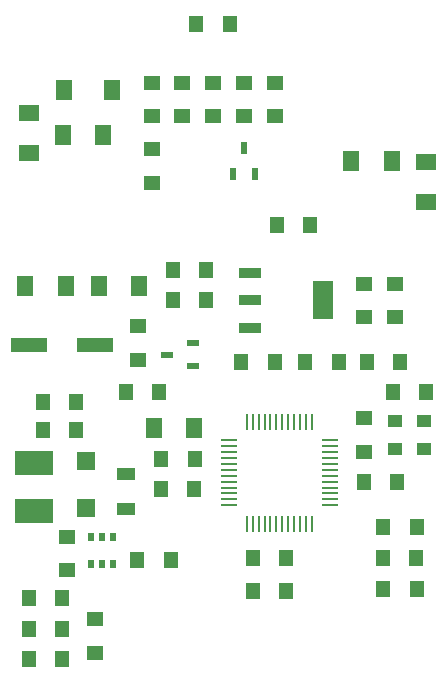
<source format=gtp>
G04 #@! TF.GenerationSoftware,KiCad,Pcbnew,5.0.0-rc2-dev-unknown-6866c0c~65~ubuntu16.04.1*
G04 #@! TF.CreationDate,2018-07-16T22:36:55+02:00*
G04 #@! TF.ProjectId,Rauchmelder_3.6,52617563686D656C6465725F332E362E,rev?*
G04 #@! TF.SameCoordinates,Original*
G04 #@! TF.FileFunction,Paste,Top*
G04 #@! TF.FilePolarity,Positive*
%FSLAX46Y46*%
G04 Gerber Fmt 4.6, Leading zero omitted, Abs format (unit mm)*
G04 Created by KiCad (PCBNEW 5.0.0-rc2-dev-unknown-6866c0c~65~ubuntu16.04.1) date Mon Jul 16 22:36:55 2018*
%MOMM*%
%LPD*%
G01*
G04 APERTURE LIST*
%ADD10R,1.200000X1.400000*%
%ADD11R,1.400000X1.200000*%
%ADD12R,1.200000X1.403000*%
%ADD13R,1.403000X1.200000*%
%ADD14R,0.170000X1.420000*%
%ADD15R,1.420000X0.170000*%
%ADD16R,1.200000X1.100000*%
%ADD17R,3.100000X1.200000*%
%ADD18R,1.835200X0.819200*%
%ADD19R,1.800000X3.200000*%
%ADD20R,1.780000X1.380000*%
%ADD21R,0.600000X1.000000*%
%ADD22R,1.380000X1.760000*%
%ADD23R,1.380000X1.780000*%
%ADD24R,1.000000X0.600000*%
%ADD25R,0.480000X0.780000*%
%ADD26R,3.200000X2.100000*%
%ADD27R,1.600000X1.100000*%
%ADD28R,1.600000X1.600000*%
G04 APERTURE END LIST*
D10*
X164800000Y-127000000D03*
X162000000Y-127000000D03*
D11*
X142400000Y-89600000D03*
X142400000Y-86800000D03*
D10*
X151000000Y-127000000D03*
X153800000Y-127000000D03*
X160600000Y-110400000D03*
X163400000Y-110400000D03*
D11*
X160400000Y-106600000D03*
X160400000Y-103800000D03*
D10*
X151000000Y-129800000D03*
X153800000Y-129800000D03*
D11*
X160400000Y-115200000D03*
X160400000Y-118000000D03*
D10*
X163200000Y-120600000D03*
X160400000Y-120600000D03*
X162800000Y-113000000D03*
X165600000Y-113000000D03*
X146000000Y-121200000D03*
X143200000Y-121200000D03*
X136000000Y-116200000D03*
X133200000Y-116200000D03*
D11*
X135200000Y-125200000D03*
X135200000Y-128000000D03*
D10*
X134800000Y-133000000D03*
X132000000Y-133000000D03*
X136000000Y-113800000D03*
X133200000Y-113800000D03*
D12*
X164822000Y-124400000D03*
X161978000Y-124400000D03*
X155378000Y-110400000D03*
X158222000Y-110400000D03*
X152822000Y-110400000D03*
X149978000Y-110400000D03*
D13*
X141200000Y-107378000D03*
X141200000Y-110222000D03*
X145000000Y-89622000D03*
X145000000Y-86778000D03*
D12*
X146178000Y-81800000D03*
X149022000Y-81800000D03*
D13*
X142400000Y-92378000D03*
X142400000Y-95222000D03*
D12*
X144178000Y-102600000D03*
X147022000Y-102600000D03*
D13*
X163000000Y-106622000D03*
X163000000Y-103778000D03*
D12*
X134822000Y-135600000D03*
X131978000Y-135600000D03*
D13*
X150200000Y-86778000D03*
X150200000Y-89622000D03*
X147600000Y-89622000D03*
X147600000Y-86778000D03*
D12*
X147022000Y-105200000D03*
X144178000Y-105200000D03*
D13*
X152800000Y-86778000D03*
X152800000Y-89622000D03*
D12*
X161978000Y-129600000D03*
X164822000Y-129600000D03*
X152978000Y-98800000D03*
X155822000Y-98800000D03*
X143022000Y-113000000D03*
X140178000Y-113000000D03*
X146022000Y-118600000D03*
X143178000Y-118600000D03*
X131978000Y-130400000D03*
X134822000Y-130400000D03*
X141178000Y-127200000D03*
X144022000Y-127200000D03*
D13*
X137600000Y-135022000D03*
X137600000Y-132178000D03*
D14*
X155950000Y-124100000D03*
X155450000Y-124100000D03*
X154950000Y-124100000D03*
X154450000Y-124100000D03*
X153950000Y-124100000D03*
X153450000Y-124100000D03*
X152950000Y-124100000D03*
X152450000Y-124100000D03*
X151950000Y-124100000D03*
X151450000Y-124100000D03*
X150950000Y-124100000D03*
X150450000Y-124100000D03*
D15*
X148900000Y-122550000D03*
X148900000Y-122050000D03*
X148900000Y-121550000D03*
X148900000Y-121050000D03*
X148900000Y-120550000D03*
X148900000Y-120050000D03*
X148900000Y-119550000D03*
X148900000Y-119050000D03*
X148900000Y-118550000D03*
X148900000Y-118050000D03*
X148900000Y-117550000D03*
X148900000Y-117050000D03*
D14*
X150450000Y-115500000D03*
X150950000Y-115500000D03*
X151450000Y-115500000D03*
X151950000Y-115500000D03*
X152450000Y-115500000D03*
X152950000Y-115500000D03*
X153450000Y-115500000D03*
X153950000Y-115500000D03*
X154450000Y-115500000D03*
X154950000Y-115500000D03*
X155450000Y-115500000D03*
X155950000Y-115500000D03*
D15*
X157500000Y-117050000D03*
X157500000Y-117550000D03*
X157500000Y-118050000D03*
X157500000Y-118550000D03*
X157500000Y-119050000D03*
X157500000Y-119550000D03*
X157500000Y-120050000D03*
X157500000Y-120550000D03*
X157500000Y-121050000D03*
X157500000Y-121550000D03*
X157500000Y-122050000D03*
X157500000Y-122550000D03*
D16*
X165450000Y-117750000D03*
X162950000Y-117750000D03*
X162950000Y-115450000D03*
X165450000Y-115450000D03*
D17*
X137600000Y-109000000D03*
X132000000Y-109000000D03*
D18*
X150701200Y-102888600D03*
X150701200Y-105200000D03*
X150701200Y-107511400D03*
D19*
X156899000Y-105200000D03*
D20*
X132000000Y-89300000D03*
X132000000Y-92700000D03*
D21*
X149250000Y-94500000D03*
X151150000Y-94500000D03*
X150200000Y-92300000D03*
D22*
X139040000Y-87400000D03*
X134970000Y-87400000D03*
D20*
X165600000Y-96900000D03*
X165600000Y-93500000D03*
D23*
X134900000Y-91200000D03*
X138300000Y-91200000D03*
X135100000Y-104000000D03*
X131700000Y-104000000D03*
D24*
X143700000Y-109800000D03*
X145900000Y-108850000D03*
X145900000Y-110750000D03*
D23*
X137900000Y-104000000D03*
X141300000Y-104000000D03*
X159300000Y-93400000D03*
X162700000Y-93400000D03*
X146000000Y-116000000D03*
X142600000Y-116000000D03*
D25*
X137250000Y-125250000D03*
X138200000Y-125250000D03*
X139150000Y-125250000D03*
X139150000Y-127550000D03*
X138200000Y-127550000D03*
X137250000Y-127550000D03*
D26*
X132400000Y-118975000D03*
X132400000Y-123025000D03*
D27*
X140200000Y-122900000D03*
X140200000Y-119900000D03*
D28*
X136800000Y-118800000D03*
X136800000Y-122800000D03*
M02*

</source>
